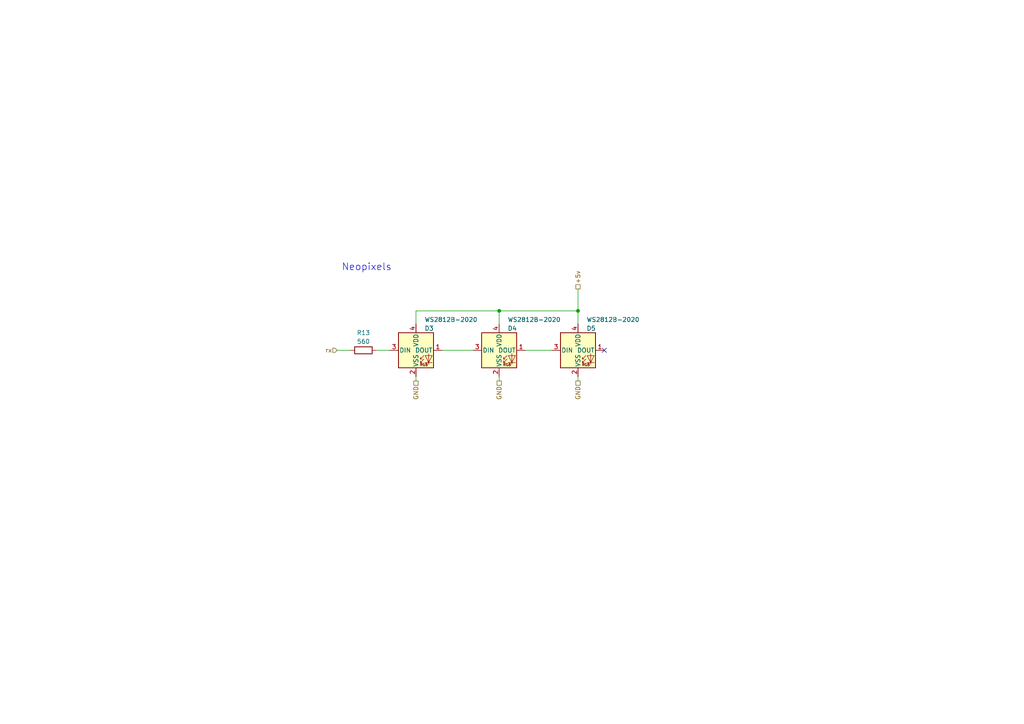
<source format=kicad_sch>
(kicad_sch (version 20250114) (generator "eeschema") (generator_version "9.0")
  (paper "A4")
  (title_block (title "Mote") (date "2025-12-30") (rev "V0.0.0") (company "github.com/usedhondacivic/mote"))
  (lib_symbols
    (symbol "Device:R" (pin_numbers (hide yes)) (pin_names (offset 0))
      (property "Reference" "R" (at 2.032 0 90))
      (property "Value" "R" (at 0 0 90))
      (symbol "R_0_1"
        (rectangle (start -1.016 -2.54) (end 1.016 2.54) (stroke (width 0.254)))
      )
      (symbol "R_1_1"
        (pin passive line (at 0 3.81 270) (length 1.27) (name "~") (number "1"))
        (pin passive line (at 0 -3.81 90) (length 1.27) (name "~") (number "2"))
      )
    )
    (symbol "LED:WS2812B-2020" (pin_names (offset 0.254))
      (property "Reference" "D" (at 5.08 5.715 0))
      (property "Value" "WS2812B-2020" (at 1.27 -5.715 0))
      (symbol "WS2812B-2020_0_0"
        (text "RGB" (at 2.286 -4.191 0) (effects (font (size 0.762 0.762))))
      )
      (symbol "WS2812B-2020_0_1"
        (polyline (pts (xy 1.27 -2.54) (xy 1.778 -2.54)))
        (polyline (pts (xy 1.27 -3.556) (xy 1.778 -3.556)))
        (polyline (pts (xy 2.286 -1.524) (xy 1.27 -2.54) (xy 1.27 -2.032)))
        (polyline (pts (xy 2.286 -2.54) (xy 1.27 -3.556) (xy 1.27 -3.048)))
        (polyline (pts (xy 3.683 -1.016) (xy 3.683 -3.556) (xy 3.683 -4.064)))
        (polyline (pts (xy 4.699 -1.524) (xy 2.667 -1.524) (xy 3.683 -3.556) (xy 4.699 -1.524)))
        (polyline (pts (xy 4.699 -3.556) (xy 2.667 -3.556)))
        (rectangle (start 5.08 5.08) (end -5.08 -5.08) (stroke (width 0.254)) (fill (type background)))
      )
      (symbol "WS2812B-2020_1_1"
        (pin input line (at -7.62 0 0) (length 2.54) (name "DIN") (number "3"))
        (pin power_in line (at 0 7.62 270) (length 2.54) (name "VDD") (number "4"))
        (pin power_in line (at 0 -7.62 90) (length 2.54) (name "VSS") (number "2"))
        (pin output line (at 7.62 0 180) (length 2.54) (name "DOUT") (number "1"))
      )
    )
  )
  (text "Neopixels" (at 99.06 78.74 0) (effects (font (size 2 2)) (justify left bottom)))
  (junction (at 167.64 90.17))
  (junction (at 144.78 90.17))
  (no_connect (at 175.26 101.6))
  (wire (pts (xy 167.64 90.17) (xy 167.64 93.98)))
  (wire (pts (xy 152.4 101.6) (xy 160.02 101.6)))
  (wire (pts (xy 120.65 90.17) (xy 144.78 90.17)))
  (wire (pts (xy 120.65 110.49) (xy 120.65 109.22)))
  (wire (pts (xy 144.78 90.17) (xy 167.64 90.17)))
  (wire (pts (xy 144.78 90.17) (xy 144.78 93.98)))
  (wire (pts (xy 144.78 110.49) (xy 144.78 109.22)))
  (wire (pts (xy 128.27 101.6) (xy 137.16 101.6)))
  (wire (pts (xy 167.64 110.49) (xy 167.64 109.22)))
  (wire (pts (xy 97.79 101.6) (xy 101.6 101.6)))
  (wire (pts (xy 109.22 101.6) (xy 113.03 101.6)))
  (wire (pts (xy 120.65 90.17) (xy 120.65 93.98)))
  (wire (pts (xy 167.64 83.82) (xy 167.64 90.17)))
  (hierarchical_label "+5v" (shape passive) (at 167.64 83.82 90))
  (hierarchical_label "GND" (shape passive) (at 167.64 110.49 270))
  (hierarchical_label "rx" (shape input) (at 97.79 101.6 180))
  (hierarchical_label "GND" (shape passive) (at 144.78 110.49 270))
  (hierarchical_label "GND" (shape passive) (at 120.65 110.49 270))
  (symbol (lib_id "Device:R") (at 105.41 101.6 90) (unit 1)
    (property "Reference" "R13" (at 105.41 96.52 90))
    (property "Value" "560" (at 105.41 99.06 90))
    (property "Footprint" "Resistor_SMD:R_0603_1608Metric_Pad0.98x0.95mm_HandSolder" (effects (hide yes)))
    (property "JLC" "0603" (effects (hide yes)))
  )
  (symbol (lib_id "LED:WS2812B-2020") (at 167.64 101.6 0) (unit 1)
    (property "Reference" "D5" (at 171.45 95.25 0))
    (property "Value" "WS2812B-2020" (at 177.8 92.71 0))
    (property "Footprint" "LED_SMD:LED_WS2812B-2020_PLCC4_2.0x2.0mm" (effects (hide yes)))
    (property "Datasheet" "https://cdn-shop.adafruit.com/product-files/4684/4684_WS2812B-2020_V1.3_EN.pdf" (effects (hide yes)))
    (property "JLC" "SMD,2x2mm" (effects (hide yes)))
    (property "LCSC" "C965555" (effects (hide yes)))
  )
  (symbol (lib_id "LED:WS2812B-2020") (at 120.65 101.6 0) (unit 1)
    (property "Reference" "D3" (at 124.46 95.25 0))
    (property "Value" "WS2812B-2020" (at 130.81 92.71 0))
    (property "Footprint" "LED_SMD:LED_WS2812B-2020_PLCC4_2.0x2.0mm" (effects (hide yes)))
    (property "Datasheet" "https://cdn-shop.adafruit.com/product-files/4684/4684_WS2812B-2020_V1.3_EN.pdf" (effects (hide yes)))
    (property "JLC" "SMD,2x2mm" (effects (hide yes)))
    (property "LCSC" "C965555" (effects (hide yes)))
  )
  (symbol (lib_id "LED:WS2812B-2020") (at 144.78 101.6 0) (unit 1)
    (property "Reference" "D4" (at 148.59 95.25 0))
    (property "Value" "WS2812B-2020" (at 154.94 92.71 0))
    (property "Footprint" "LED_SMD:LED_WS2812B-2020_PLCC4_2.0x2.0mm" (effects (hide yes)))
    (property "Datasheet" "https://cdn-shop.adafruit.com/product-files/4684/4684_WS2812B-2020_V1.3_EN.pdf" (effects (hide yes)))
    (property "JLC" "SMD,2x2mm" (effects (hide yes)))
    (property "LCSC" "C965555" (effects (hide yes)))
  )
)
</source>
